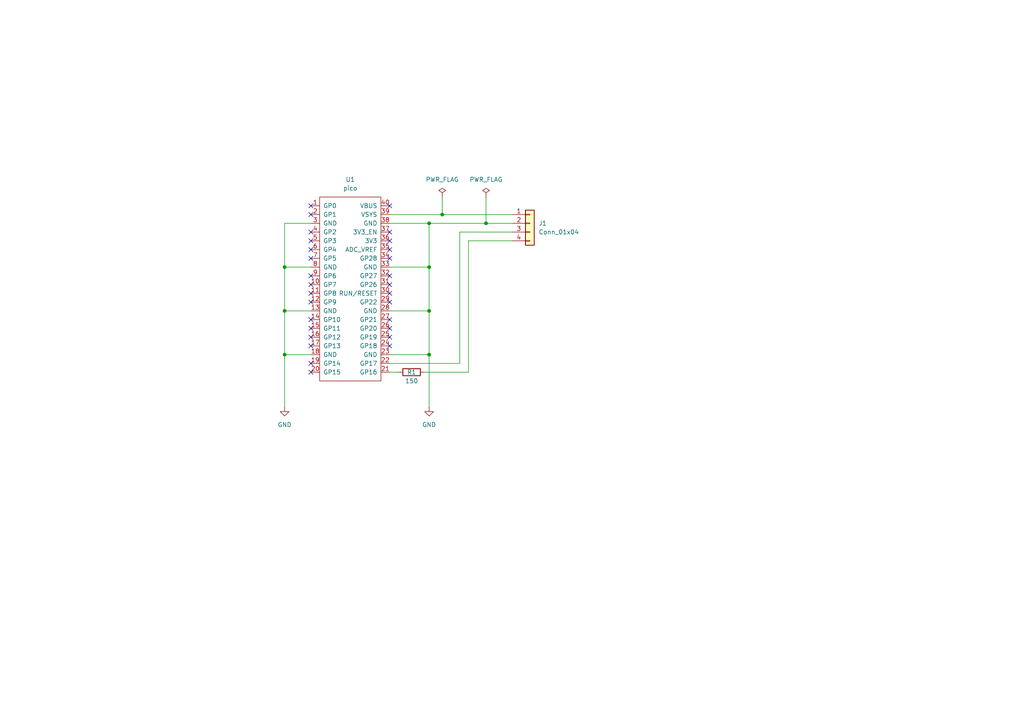
<source format=kicad_sch>
(kicad_sch (version 20250114) (generator "eeschema") (generator_version "9.0")
  (paper "A4")
  (title_block (title "Bridge1 - a UART to WiFi bridge using Pico2W.") (date "2026-02-06") (rev "V1.0") (comment 4 "Wayne Sankey"))
  (lib_symbols
    (symbol "Connector_Generic:Conn_01x04" (pin_names (offset 1.016) (hide yes))
      (property "Reference" "J" (at 0 5.08 0))
      (property "Value" "Conn_01x04" (at 0 -7.62 0))
      (symbol "Conn_01x04_1_1"
        (rectangle (start -1.27 3.81) (end 1.27 -6.35) (stroke (width 0.254)) (fill (type background)))
        (rectangle (start -1.27 2.667) (end 0 2.413) (stroke (width 0.1524)))
        (rectangle (start -1.27 0.127) (end 0 -0.127) (stroke (width 0.1524)))
        (rectangle (start -1.27 -2.413) (end 0 -2.667) (stroke (width 0.1524)))
        (rectangle (start -1.27 -4.953) (end 0 -5.207) (stroke (width 0.1524)))
        (pin passive line (at -5.08 2.54 0) (length 3.81) (name "Pin_1") (number "1"))
        (pin passive line (at -5.08 0 0) (length 3.81) (name "Pin_2") (number "2"))
        (pin passive line (at -5.08 -2.54 0) (length 3.81) (name "Pin_3") (number "3"))
        (pin passive line (at -5.08 -5.08 0) (length 3.81) (name "Pin_4") (number "4"))
      )
    )
    (symbol "Device:R" (pin_numbers (hide yes)) (pin_names (offset 0))
      (property "Reference" "R" (at 2.032 0 90))
      (property "Value" "R" (at 0 0 90))
      (symbol "R_0_1"
        (rectangle (start -1.016 -2.54) (end 1.016 2.54) (stroke (width 0.254)))
      )
      (symbol "R_1_1"
        (pin passive line (at 0 3.81 270) (length 1.27) (name "~") (number "1"))
        (pin passive line (at 0 -3.81 90) (length 1.27) (name "~") (number "2"))
      )
    )
    (symbol "Wayne:pico" (pin_names (offset 1.016))
      (property "Reference" "U" (at 0 26.67 0))
      (property "Value" "pico" (at 0 -30.48 0))
      (symbol "pico_0_1"
        (rectangle (start -8.89 25.4) (end 8.89 -27.94))
      )
      (symbol "pico_1_1"
        (pin bidirectional line (at -11.43 22.86 0) (length 2.54) (name "GP0") (number "1"))
        (pin bidirectional line (at -11.43 20.32 0) (length 2.54) (name "GP1") (number "2"))
        (pin power_in line (at -11.43 17.78 0) (length 2.54) (name "GND") (number "3"))
        (pin bidirectional line (at -11.43 15.24 0) (length 2.54) (name "GP2") (number "4"))
        (pin bidirectional line (at -11.43 12.7 0) (length 2.54) (name "GP3") (number "5"))
        (pin bidirectional line (at -11.43 10.16 0) (length 2.54) (name "GP4") (number "6"))
        (pin bidirectional line (at -11.43 7.62 0) (length 2.54) (name "GP5") (number "7"))
        (pin power_in line (at -11.43 5.08 0) (length 2.54) (name "GND") (number "8"))
        (pin bidirectional line (at -11.43 2.54 0) (length 2.54) (name "GP6") (number "9"))
        (pin bidirectional line (at -11.43 0 0) (length 2.54) (name "GP7") (number "10"))
        (pin bidirectional line (at -11.43 -2.54 0) (length 2.54) (name "GP8") (number "11"))
        (pin bidirectional line (at -11.43 -5.08 0) (length 2.54) (name "GP9") (number "12"))
        (pin power_in line (at -11.43 -7.62 0) (length 2.54) (name "GND") (number "13"))
        (pin bidirectional line (at -11.43 -10.16 0) (length 2.54) (name "GP10") (number "14"))
        (pin bidirectional line (at -11.43 -12.7 0) (length 2.54) (name "GP11") (number "15"))
        (pin bidirectional line (at -11.43 -15.24 0) (length 2.54) (name "GP12") (number "16"))
        (pin bidirectional line (at -11.43 -17.78 0) (length 2.54) (name "GP13") (number "17"))
        (pin power_in line (at -11.43 -20.32 0) (length 2.54) (name "GND") (number "18"))
        (pin bidirectional line (at -11.43 -22.86 0) (length 2.54) (name "GP14") (number "19"))
        (pin bidirectional line (at -11.43 -25.4 0) (length 2.54) (name "GP15") (number "20"))
        (pin power_in line (at 11.43 22.86 180) (length 2.54) (name "VBUS") (number "40"))
        (pin power_in line (at 11.43 20.32 180) (length 2.54) (name "VSYS") (number "39"))
        (pin power_in line (at 11.43 17.78 180) (length 2.54) (name "GND") (number "38"))
        (pin power_in line (at 11.43 15.24 180) (length 2.54) (name "3V3_EN") (number "37"))
        (pin power_out line (at 11.43 12.7 180) (length 2.54) (name "3V3") (number "36"))
        (pin passive line (at 11.43 10.16 180) (length 2.54) (name "ADC_VREF") (number "35"))
        (pin bidirectional line (at 11.43 7.62 180) (length 2.54) (name "GP28") (number "34"))
        (pin power_in line (at 11.43 5.08 180) (length 2.54) (name "GND") (number "33"))
        (pin bidirectional line (at 11.43 2.54 180) (length 2.54) (name "GP27") (number "32"))
        (pin bidirectional line (at 11.43 0 180) (length 2.54) (name "GP26") (number "31"))
        (pin passive line (at 11.43 -2.54 180) (length 2.54) (name "RUN/RESET") (number "30"))
        (pin bidirectional line (at 11.43 -5.08 180) (length 2.54) (name "GP22") (number "29"))
        (pin power_in line (at 11.43 -7.62 180) (length 2.54) (name "GND") (number "28"))
        (pin bidirectional line (at 11.43 -10.16 180) (length 2.54) (name "GP21") (number "27"))
        (pin bidirectional line (at 11.43 -12.7 180) (length 2.54) (name "GP20") (number "26"))
        (pin bidirectional line (at 11.43 -15.24 180) (length 2.54) (name "GP19") (number "25"))
        (pin bidirectional line (at 11.43 -17.78 180) (length 2.54) (name "GP18") (number "24"))
        (pin power_in line (at 11.43 -20.32 180) (length 2.54) (name "GND") (number "23"))
        (pin bidirectional line (at 11.43 -22.86 180) (length 2.54) (name "GP17") (number "22"))
        (pin bidirectional line (at 11.43 -25.4 180) (length 2.54) (name "GP16") (number "21"))
      )
    )
    (symbol "power:GND" (power) (pin_numbers (hide yes)) (pin_names (offset 0) (hide yes))
      (property "Value" "GND" (at 0 -3.81 0))
      (symbol "GND_0_1"
        (polyline (pts (xy 0 0) (xy 0 -1.27) (xy 1.27 -1.27) (xy 0 -2.54) (xy -1.27 -1.27) (xy 0 -1.27)))
      )
      (symbol "GND_1_1"
        (pin power_in line (at 0 0 270) (length 0) (name "~") (number "1"))
      )
    )
    (symbol "power:PWR_FLAG" (power) (pin_numbers (hide yes)) (pin_names (offset 0) (hide yes))
      (property "Value" "PWR_FLAG" (at 0 3.81 0))
      (symbol "PWR_FLAG_0_0"
        (pin power_out line (at 0 0 90) (length 0) (name "~") (number "1"))
      )
      (symbol "PWR_FLAG_0_1"
        (polyline (pts (xy 0 0) (xy 0 1.27) (xy -1.016 1.905) (xy 0 2.54) (xy 1.016 1.905) (xy 0 1.27)))
      )
    )
  )
  (junction (at 124.46 64.77))
  (junction (at 124.46 77.47))
  (junction (at 82.55 77.47))
  (junction (at 128.27 62.23))
  (junction (at 140.97 64.77))
  (junction (at 82.55 102.87))
  (junction (at 124.46 90.17))
  (junction (at 82.55 90.17))
  (junction (at 124.46 102.87))
  (no_connect (at 90.17 67.31))
  (no_connect (at 90.17 100.33))
  (no_connect (at 90.17 105.41))
  (no_connect (at 90.17 74.93))
  (no_connect (at 113.03 72.39))
  (no_connect (at 90.17 82.55))
  (no_connect (at 113.03 100.33))
  (no_connect (at 113.03 67.31))
  (no_connect (at 113.03 80.01))
  (no_connect (at 113.03 97.79))
  (no_connect (at 90.17 62.23))
  (no_connect (at 90.17 92.71))
  (no_connect (at 113.03 69.85))
  (no_connect (at 90.17 80.01))
  (no_connect (at 90.17 97.79))
  (no_connect (at 90.17 85.09))
  (no_connect (at 90.17 107.95))
  (no_connect (at 113.03 87.63))
  (no_connect (at 90.17 72.39))
  (no_connect (at 113.03 59.69))
  (no_connect (at 90.17 59.69))
  (no_connect (at 113.03 82.55))
  (no_connect (at 113.03 95.25))
  (no_connect (at 90.17 69.85))
  (no_connect (at 113.03 74.93))
  (no_connect (at 90.17 95.25))
  (no_connect (at 113.03 92.71))
  (no_connect (at 90.17 87.63))
  (no_connect (at 113.03 85.09))
  (wire (pts (xy 113.03 105.41) (xy 133.35 105.41)))
  (wire (pts (xy 113.03 77.47) (xy 124.46 77.47)))
  (wire (pts (xy 82.55 77.47) (xy 82.55 90.17)))
  (wire (pts (xy 82.55 64.77) (xy 82.55 77.47)))
  (wire (pts (xy 123.19 107.95) (xy 135.89 107.95)))
  (wire (pts (xy 128.27 62.23) (xy 148.59 62.23)))
  (wire (pts (xy 90.17 64.77) (xy 82.55 64.77)))
  (wire (pts (xy 82.55 90.17) (xy 82.55 102.87)))
  (wire (pts (xy 124.46 64.77) (xy 124.46 77.47)))
  (wire (pts (xy 113.03 107.95) (xy 115.57 107.95)))
  (wire (pts (xy 133.35 105.41) (xy 133.35 67.31)))
  (wire (pts (xy 113.03 102.87) (xy 124.46 102.87)))
  (wire (pts (xy 82.55 102.87) (xy 90.17 102.87)))
  (wire (pts (xy 124.46 102.87) (xy 124.46 118.11)))
  (wire (pts (xy 140.97 57.15) (xy 140.97 64.77)))
  (wire (pts (xy 140.97 64.77) (xy 148.59 64.77)))
  (wire (pts (xy 135.89 69.85) (xy 148.59 69.85)))
  (wire (pts (xy 82.55 77.47) (xy 90.17 77.47)))
  (wire (pts (xy 82.55 102.87) (xy 82.55 118.11)))
  (wire (pts (xy 82.55 90.17) (xy 90.17 90.17)))
  (wire (pts (xy 128.27 57.15) (xy 128.27 62.23)))
  (wire (pts (xy 124.46 90.17) (xy 124.46 102.87)))
  (wire (pts (xy 113.03 90.17) (xy 124.46 90.17)))
  (wire (pts (xy 113.03 64.77) (xy 124.46 64.77)))
  (wire (pts (xy 124.46 64.77) (xy 140.97 64.77)))
  (wire (pts (xy 133.35 67.31) (xy 148.59 67.31)))
  (wire (pts (xy 124.46 77.47) (xy 124.46 90.17)))
  (wire (pts (xy 113.03 62.23) (xy 128.27 62.23)))
  (wire (pts (xy 135.89 107.95) (xy 135.89 69.85)))
  (symbol (lib_id "Wayne:pico") (at 101.6 82.55 0) (unit 1)
    (property "Reference" "U1" (at 101.6 52.07 0))
    (property "Value" "pico" (at 101.6 54.61 0))
    (property "Footprint" "Wayne:RaspberryPi_Pico_Common_Unspecified" (effects (hide yes)))
    (property "Description" "Raspberry Pi Pico Microcontroller" (effects (hide yes)))
  )
  (symbol (lib_id "power:PWR_FLAG") (at 128.27 57.15 0) (unit 1)
    (property "Reference" "#FLG01" (effects (hide yes)))
    (property "Value" "PWR_FLAG" (at 128.27 52.07 0))
    (property "Description" "Special symbol for telling ERC where power comes from" (effects (hide yes)))
  )
  (symbol (lib_id "Device:R") (at 119.38 107.95 90) (unit 1)
    (property "Reference" "R1" (at 119.38 107.95 90))
    (property "Value" "150" (at 119.38 110.49 90))
    (property "Footprint" "Resistor_SMD:R_1206_3216Metric_Pad1.30x1.75mm_HandSolder" (effects (hide yes)))
    (property "Description" "Resistor" (effects (hide yes)))
  )
  (symbol (lib_id "power:PWR_FLAG") (at 140.97 57.15 0) (unit 1)
    (property "Reference" "#FLG02" (effects (hide yes)))
    (property "Value" "PWR_FLAG" (at 140.97 52.07 0))
    (property "Description" "Special symbol for telling ERC where power comes from" (effects (hide yes)))
  )
  (symbol (lib_id "power:GND") (at 82.55 118.11 0) (unit 1)
    (property "Reference" "#PWR01" (effects (hide yes)))
    (property "Value" "GND" (at 82.55 123.19 0))
    (property "Description" "Power symbol creates a global label with name \"GND\" , ground" (effects (hide yes)))
  )
  (symbol (lib_id "power:GND") (at 124.46 118.11 0) (unit 1)
    (property "Reference" "#PWR02" (effects (hide yes)))
    (property "Value" "GND" (at 124.46 123.19 0))
    (property "Description" "Power symbol creates a global label with name \"GND\" , ground" (effects (hide yes)))
  )
  (symbol (lib_id "Connector_Generic:Conn_01x04") (at 153.67 64.77 0) (unit 1)
    (property "Reference" "J1" (at 156.21 64.7699 0) (effects (justify left)))
    (property "Value" "Conn_01x04" (at 156.21 67.3099 0) (effects (justify left)))
    (property "Footprint" "Connector_PinHeader_2.54mm:PinHeader_1x04_P2.54mm_Vertical" (effects (hide yes)))
    (property "Description" "Generic connector, single row, 01x04, script generated (kicad-library-utils/schlib/autogen/connector/)" (effects (hide yes)))
  )
)
</source>
